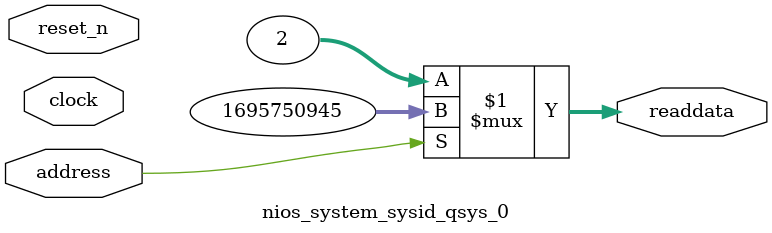
<source format=v>



// synthesis translate_off
`timescale 1ns / 1ps
// synthesis translate_on

// turn off superfluous verilog processor warnings 
// altera message_level Level1 
// altera message_off 10034 10035 10036 10037 10230 10240 10030 

module nios_system_sysid_qsys_0 (
               // inputs:
                address,
                clock,
                reset_n,

               // outputs:
                readdata
             )
;

  output  [ 31: 0] readdata;
  input            address;
  input            clock;
  input            reset_n;

  wire    [ 31: 0] readdata;
  //control_slave, which is an e_avalon_slave
  assign readdata = address ? 1695750945 : 2;

endmodule



</source>
